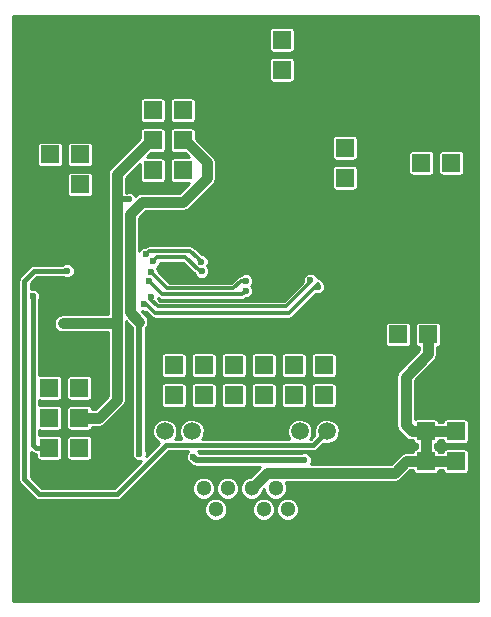
<source format=gbr>
G04 #@! TF.FileFunction,Copper,L1,Top,Signal*
%FSLAX46Y46*%
G04 Gerber Fmt 4.6, Leading zero omitted, Abs format (unit mm)*
G04 Created by KiCad (PCBNEW 4.0.1-3.201512221401+6198~38~ubuntu15.10.1-stable) date Út 19. leden 2016, 20:09:19 CET*
%MOMM*%
G01*
G04 APERTURE LIST*
%ADD10C,0.300000*%
%ADD11C,5.000000*%
%ADD12C,2.300000*%
%ADD13C,1.300000*%
%ADD14C,1.500000*%
%ADD15R,1.524000X1.524000*%
%ADD16C,6.000000*%
%ADD17C,0.600000*%
%ADD18C,0.900000*%
%ADD19C,0.500000*%
%ADD20C,0.400000*%
%ADD21C,0.254000*%
G04 APERTURE END LIST*
D10*
D11*
X13970000Y5842000D03*
X26670000Y5842000D03*
D12*
X28450000Y9272000D03*
X12190000Y9272000D03*
D13*
X17780000Y8382000D03*
X19810000Y8382000D03*
X21840000Y8382000D03*
X23870000Y8382000D03*
X16760000Y10162000D03*
X18790000Y10162000D03*
X20820000Y10162000D03*
X22850000Y10162000D03*
D14*
X27180000Y14982000D03*
X24890000Y14982000D03*
X15750000Y14982000D03*
X13460000Y14982000D03*
D15*
X35560000Y17526000D03*
X38100000Y17526000D03*
X35560000Y14986000D03*
X38100000Y14986000D03*
X35560000Y12446000D03*
X38100000Y12446000D03*
X35560000Y9906000D03*
X38100000Y9906000D03*
X14224000Y18034000D03*
X14224000Y20574000D03*
X16764000Y18034000D03*
X16764000Y20574000D03*
X19304000Y18034000D03*
X19304000Y20574000D03*
X21844000Y18034000D03*
X21844000Y20574000D03*
X24384000Y18034000D03*
X24384000Y20574000D03*
X26924000Y18034000D03*
X26924000Y20574000D03*
X35179000Y40259000D03*
X37719000Y40259000D03*
X35179000Y37719000D03*
X37719000Y37719000D03*
X35179000Y35179000D03*
X37719000Y35179000D03*
X28702000Y38989000D03*
X28702000Y36449000D03*
X14986000Y37084000D03*
X14986000Y39624000D03*
X14986000Y42164000D03*
X20828000Y45593000D03*
X20828000Y48133000D03*
X23368000Y45593000D03*
X23368000Y48133000D03*
X25908000Y45593000D03*
X25908000Y48133000D03*
X3746500Y35877500D03*
X6286500Y35877500D03*
X6286500Y38417500D03*
X3746500Y38417500D03*
X6223000Y21209000D03*
X3683000Y21209000D03*
X6223000Y13589000D03*
X3683000Y13589000D03*
X6223000Y16129000D03*
X3683000Y16129000D03*
X6223000Y18669000D03*
X3683000Y18669000D03*
X6223000Y11049000D03*
X3683000Y11049000D03*
D16*
X5080000Y45720000D03*
X35560000Y5080000D03*
X5080000Y5080000D03*
X35560000Y45720000D03*
D15*
X12446000Y37084000D03*
X12446000Y39624000D03*
X12446000Y42164000D03*
X33210500Y23177500D03*
X35750500Y23177500D03*
D17*
X13157200Y22275800D03*
X12390120Y20990560D03*
X23368000Y22034500D03*
X21844000Y22034500D03*
X16764000Y22034500D03*
X18478500Y22034500D03*
X12636500Y18478500D03*
X25273000Y12573000D03*
X15875000Y12827000D03*
X11303000Y13081000D03*
X15013002Y34417000D03*
X11303000Y24257000D03*
X10410237Y34613753D03*
X4826000Y24130000D03*
X5207000Y28575000D03*
X16540751Y29343754D03*
X11835683Y29967272D03*
X16581013Y28529385D03*
X12436723Y29366232D03*
X12265260Y28458937D03*
X20320000Y27730000D03*
X12161520Y27665680D03*
X20320000Y26880000D03*
X25797980Y27796020D03*
X12302020Y26335520D03*
X11700980Y25734480D03*
X26399020Y27194980D03*
X2286000Y26416000D03*
D18*
X33898000Y12446000D02*
X35560000Y12446000D01*
X32914001Y11462001D02*
X33898000Y12446000D01*
X22120001Y11462001D02*
X32914001Y11462001D01*
X20820000Y10162000D02*
X22120001Y11462001D01*
X35560000Y12446000D02*
X38100000Y12446000D01*
X35560000Y12446000D02*
X35560000Y14986000D01*
X35560000Y14986000D02*
X38100000Y14986000D01*
X35750500Y21515500D02*
X35750500Y23177500D01*
X33845500Y19610500D02*
X35750500Y21515500D01*
X33845500Y15494000D02*
X33845500Y19610500D01*
X34353500Y14986000D02*
X33845500Y15494000D01*
X35560000Y14986000D02*
X34353500Y14986000D01*
D10*
X12636500Y18478500D02*
X12636500Y21755100D01*
X12857201Y21975801D02*
X13157200Y22275800D01*
X12636500Y21755100D02*
X12857201Y21975801D01*
X21844000Y22034500D02*
X23368000Y22034500D01*
X18478500Y22034500D02*
X16764000Y22034500D01*
D19*
X25273000Y12573000D02*
X16129000Y12573000D01*
X16129000Y12573000D02*
X15875000Y12827000D01*
X11303000Y24257000D02*
X11303000Y13081000D01*
D18*
X11557000Y34417000D02*
X10505399Y33365399D01*
X10505399Y33365399D02*
X10505399Y25054601D01*
X10505399Y25054601D02*
X11303000Y24257000D01*
X15013002Y34417000D02*
X11557000Y34417000D01*
X17018000Y37746002D02*
X17018000Y36421998D01*
X17018000Y36421998D02*
X15013002Y34417000D01*
X14986000Y39624000D02*
X15140002Y39624000D01*
X15140002Y39624000D02*
X17018000Y37746002D01*
X9398000Y36730002D02*
X9398000Y34639640D01*
X9398000Y34639640D02*
X9398000Y24180691D01*
D19*
X10410237Y34613753D02*
X9423887Y34613753D01*
X9423887Y34613753D02*
X9398000Y34639640D01*
D18*
X9398000Y24180691D02*
X9398000Y17642000D01*
X4826000Y24130000D02*
X9347309Y24130000D01*
X9347309Y24130000D02*
X9398000Y24180691D01*
X9398000Y17642000D02*
X7885000Y16129000D01*
X7885000Y16129000D02*
X6223000Y16129000D01*
X12446000Y39624000D02*
X12291998Y39624000D01*
X12291998Y39624000D02*
X9398000Y36730002D01*
D20*
X5207000Y28575000D02*
X2413000Y28575000D01*
X2413000Y28575000D02*
X1585999Y27747999D01*
X1585999Y27747999D02*
X1585999Y10901999D01*
X1585999Y10901999D02*
X2835998Y9652000D01*
X2835998Y9652000D02*
X9398000Y9652000D01*
X9398000Y9652000D02*
X13577999Y13831999D01*
X13577999Y13831999D02*
X26029999Y13831999D01*
X26029999Y13831999D02*
X26430001Y14232001D01*
X26430001Y14232001D02*
X27180000Y14982000D01*
D10*
X11835683Y29967272D02*
X12135682Y30267271D01*
X16240752Y29643753D02*
X16540751Y29343754D01*
X12135682Y30267271D02*
X15617234Y30267271D01*
X15617234Y30267271D02*
X16240752Y29643753D01*
X12436723Y29366232D02*
X12818971Y29748480D01*
X12818971Y29748480D02*
X15209520Y29748480D01*
X15209520Y29748480D02*
X16428615Y28529385D01*
X16428615Y28529385D02*
X16581013Y28529385D01*
X20320000Y27730000D02*
X19895736Y27730000D01*
X13675360Y27086560D02*
X12302983Y28458937D01*
X19895736Y27730000D02*
X19252296Y27086560D01*
X12302983Y28458937D02*
X12265260Y28458937D01*
X19252296Y27086560D02*
X13675360Y27086560D01*
X12461519Y27365681D02*
X12161520Y27665680D01*
X20320000Y26880000D02*
X20020001Y26580001D01*
X20020001Y26580001D02*
X13247199Y26580001D01*
X13247199Y26580001D02*
X12461519Y27365681D01*
X25849021Y27847061D02*
X25797980Y27796020D01*
X12877408Y25548000D02*
X23762092Y25548000D01*
X23762092Y25548000D02*
X25797980Y27583888D01*
X25797980Y27583888D02*
X25797980Y27796020D01*
X12302020Y26335520D02*
X12302020Y26123388D01*
X12302020Y26123388D02*
X12877408Y25548000D01*
X26447981Y27484019D02*
X26399020Y27435058D01*
X26399020Y27435058D02*
X26399020Y27194980D01*
X12649592Y24998000D02*
X23989908Y24998000D01*
X11913112Y25734480D02*
X12649592Y24998000D01*
X11700980Y25734480D02*
X11913112Y25734480D01*
X23989908Y24998000D02*
X26186888Y27194980D01*
X26186888Y27194980D02*
X26399020Y27194980D01*
D20*
X2286000Y26416000D02*
X2286000Y13824000D01*
X2286000Y13824000D02*
X2521000Y13589000D01*
X2521000Y13589000D02*
X3683000Y13589000D01*
D21*
G36*
X40009000Y631000D02*
X631000Y631000D01*
X631000Y8188515D01*
X16802830Y8188515D01*
X16951256Y7829297D01*
X17225851Y7554222D01*
X17584810Y7405170D01*
X17973485Y7404830D01*
X18332703Y7553256D01*
X18607778Y7827851D01*
X18756830Y8186810D01*
X18756831Y8188515D01*
X20862830Y8188515D01*
X21011256Y7829297D01*
X21285851Y7554222D01*
X21644810Y7405170D01*
X22033485Y7404830D01*
X22392703Y7553256D01*
X22667778Y7827851D01*
X22816830Y8186810D01*
X22816831Y8188515D01*
X22892830Y8188515D01*
X23041256Y7829297D01*
X23315851Y7554222D01*
X23674810Y7405170D01*
X24063485Y7404830D01*
X24422703Y7553256D01*
X24697778Y7827851D01*
X24846830Y8186810D01*
X24847170Y8575485D01*
X24698744Y8934703D01*
X24424149Y9209778D01*
X24065190Y9358830D01*
X23676515Y9359170D01*
X23317297Y9210744D01*
X23042222Y8936149D01*
X22893170Y8577190D01*
X22892830Y8188515D01*
X22816831Y8188515D01*
X22817170Y8575485D01*
X22668744Y8934703D01*
X22394149Y9209778D01*
X22035190Y9358830D01*
X21646515Y9359170D01*
X21287297Y9210744D01*
X21012222Y8936149D01*
X20863170Y8577190D01*
X20862830Y8188515D01*
X18756831Y8188515D01*
X18757170Y8575485D01*
X18608744Y8934703D01*
X18334149Y9209778D01*
X17975190Y9358830D01*
X17586515Y9359170D01*
X17227297Y9210744D01*
X16952222Y8936149D01*
X16803170Y8577190D01*
X16802830Y8188515D01*
X631000Y8188515D01*
X631000Y27747999D01*
X1058999Y27747999D01*
X1058999Y10901999D01*
X1099114Y10700324D01*
X1213354Y10529354D01*
X2463353Y9279354D01*
X2634324Y9165115D01*
X2835998Y9125000D01*
X9398000Y9125000D01*
X9599675Y9165115D01*
X9770645Y9279355D01*
X10459805Y9968515D01*
X15782830Y9968515D01*
X15931256Y9609297D01*
X16205851Y9334222D01*
X16564810Y9185170D01*
X16953485Y9184830D01*
X17312703Y9333256D01*
X17587778Y9607851D01*
X17736830Y9966810D01*
X17736831Y9968515D01*
X17812830Y9968515D01*
X17961256Y9609297D01*
X18235851Y9334222D01*
X18594810Y9185170D01*
X18983485Y9184830D01*
X19342703Y9333256D01*
X19617778Y9607851D01*
X19766830Y9966810D01*
X19767170Y10355485D01*
X19618744Y10714703D01*
X19344149Y10989778D01*
X18985190Y11138830D01*
X18596515Y11139170D01*
X18237297Y10990744D01*
X17962222Y10716149D01*
X17813170Y10357190D01*
X17812830Y9968515D01*
X17736831Y9968515D01*
X17737170Y10355485D01*
X17588744Y10714703D01*
X17314149Y10989778D01*
X16955190Y11138830D01*
X16566515Y11139170D01*
X16207297Y10990744D01*
X15932222Y10716149D01*
X15783170Y10357190D01*
X15782830Y9968515D01*
X10459805Y9968515D01*
X13796289Y13304999D01*
X15466347Y13304999D01*
X15343765Y13182631D01*
X15248109Y12952265D01*
X15247891Y12702829D01*
X15343145Y12472297D01*
X15519369Y12295765D01*
X15640554Y12245445D01*
X15720997Y12165002D01*
X15720999Y12164999D01*
X15905434Y12041765D01*
X15908192Y12039922D01*
X16129000Y11996000D01*
X21555156Y11996000D01*
X20698263Y11139107D01*
X20626515Y11139170D01*
X20267297Y10990744D01*
X19992222Y10716149D01*
X19843170Y10357190D01*
X19842830Y9968515D01*
X19991256Y9609297D01*
X20265851Y9334222D01*
X20624810Y9185170D01*
X21013485Y9184830D01*
X21372703Y9333256D01*
X21647778Y9607851D01*
X21796830Y9966810D01*
X21796894Y10040050D01*
X21872959Y10116115D01*
X21872830Y9968515D01*
X22021256Y9609297D01*
X22295851Y9334222D01*
X22654810Y9185170D01*
X23043485Y9184830D01*
X23402703Y9333256D01*
X23677778Y9607851D01*
X23826830Y9966810D01*
X23827170Y10355485D01*
X23691017Y10685001D01*
X32914001Y10685001D01*
X33211346Y10744147D01*
X33463423Y10912579D01*
X34219844Y11669000D01*
X34467416Y11669000D01*
X34487395Y11562821D01*
X34559012Y11451526D01*
X34668286Y11376862D01*
X34798000Y11350594D01*
X36322000Y11350594D01*
X36443179Y11373395D01*
X36554474Y11445012D01*
X36629138Y11554286D01*
X36652368Y11669000D01*
X37007416Y11669000D01*
X37027395Y11562821D01*
X37099012Y11451526D01*
X37208286Y11376862D01*
X37338000Y11350594D01*
X38862000Y11350594D01*
X38983179Y11373395D01*
X39094474Y11445012D01*
X39169138Y11554286D01*
X39195406Y11684000D01*
X39195406Y13208000D01*
X39172605Y13329179D01*
X39100988Y13440474D01*
X38991714Y13515138D01*
X38862000Y13541406D01*
X37338000Y13541406D01*
X37216821Y13518605D01*
X37105526Y13446988D01*
X37030862Y13337714D01*
X37007632Y13223000D01*
X36652584Y13223000D01*
X36632605Y13329179D01*
X36560988Y13440474D01*
X36451714Y13515138D01*
X36337000Y13538368D01*
X36337000Y13893416D01*
X36443179Y13913395D01*
X36554474Y13985012D01*
X36629138Y14094286D01*
X36652368Y14209000D01*
X37007416Y14209000D01*
X37027395Y14102821D01*
X37099012Y13991526D01*
X37208286Y13916862D01*
X37338000Y13890594D01*
X38862000Y13890594D01*
X38983179Y13913395D01*
X39094474Y13985012D01*
X39169138Y14094286D01*
X39195406Y14224000D01*
X39195406Y15748000D01*
X39172605Y15869179D01*
X39100988Y15980474D01*
X38991714Y16055138D01*
X38862000Y16081406D01*
X37338000Y16081406D01*
X37216821Y16058605D01*
X37105526Y15986988D01*
X37030862Y15877714D01*
X37007632Y15763000D01*
X36652584Y15763000D01*
X36632605Y15869179D01*
X36560988Y15980474D01*
X36451714Y16055138D01*
X36322000Y16081406D01*
X34798000Y16081406D01*
X34676821Y16058605D01*
X34622500Y16023650D01*
X34622500Y19288656D01*
X36299922Y20966078D01*
X36468354Y21218155D01*
X36527500Y21515500D01*
X36527500Y22084916D01*
X36633679Y22104895D01*
X36744974Y22176512D01*
X36819638Y22285786D01*
X36845906Y22415500D01*
X36845906Y23939500D01*
X36823105Y24060679D01*
X36751488Y24171974D01*
X36642214Y24246638D01*
X36512500Y24272906D01*
X34988500Y24272906D01*
X34867321Y24250105D01*
X34756026Y24178488D01*
X34681362Y24069214D01*
X34655094Y23939500D01*
X34655094Y22415500D01*
X34677895Y22294321D01*
X34749512Y22183026D01*
X34858786Y22108362D01*
X34973500Y22085132D01*
X34973500Y21837344D01*
X33296078Y20159922D01*
X33127646Y19907845D01*
X33068500Y19610500D01*
X33068500Y15494000D01*
X33127646Y15196655D01*
X33296078Y14944578D01*
X33804078Y14436578D01*
X34056155Y14268146D01*
X34353500Y14209000D01*
X34467416Y14209000D01*
X34487395Y14102821D01*
X34559012Y13991526D01*
X34668286Y13916862D01*
X34783000Y13893632D01*
X34783000Y13538584D01*
X34676821Y13518605D01*
X34565526Y13446988D01*
X34490862Y13337714D01*
X34467632Y13223000D01*
X33898000Y13223000D01*
X33600655Y13163854D01*
X33348578Y12995422D01*
X32592157Y12239001D01*
X25813217Y12239001D01*
X25899891Y12447735D01*
X25900109Y12697171D01*
X25804855Y12927703D01*
X25628631Y13104235D01*
X25398265Y13199891D01*
X25148829Y13200109D01*
X25027556Y13150000D01*
X16419954Y13150000D01*
X16406855Y13181703D01*
X16283774Y13304999D01*
X26029999Y13304999D01*
X26231674Y13345114D01*
X26402644Y13459354D01*
X26882616Y13939326D01*
X26964832Y13905187D01*
X27393289Y13904813D01*
X27789275Y14068431D01*
X28092504Y14371132D01*
X28256813Y14766832D01*
X28257187Y15195289D01*
X28093569Y15591275D01*
X27790868Y15894504D01*
X27395168Y16058813D01*
X26966711Y16059187D01*
X26570725Y15895569D01*
X26267496Y15592868D01*
X26103187Y15197168D01*
X26102813Y14768711D01*
X26137492Y14684782D01*
X25811709Y14358999D01*
X25790350Y14358999D01*
X25802504Y14371132D01*
X25966813Y14766832D01*
X25967187Y15195289D01*
X25803569Y15591275D01*
X25500868Y15894504D01*
X25105168Y16058813D01*
X24676711Y16059187D01*
X24280725Y15895569D01*
X23977496Y15592868D01*
X23813187Y15197168D01*
X23812813Y14768711D01*
X23976431Y14372725D01*
X23990133Y14358999D01*
X16650350Y14358999D01*
X16662504Y14371132D01*
X16826813Y14766832D01*
X16827187Y15195289D01*
X16663569Y15591275D01*
X16360868Y15894504D01*
X15965168Y16058813D01*
X15536711Y16059187D01*
X15140725Y15895569D01*
X14837496Y15592868D01*
X14673187Y15197168D01*
X14672813Y14768711D01*
X14836431Y14372725D01*
X14850133Y14358999D01*
X14360350Y14358999D01*
X14372504Y14371132D01*
X14536813Y14766832D01*
X14537187Y15195289D01*
X14373569Y15591275D01*
X14070868Y15894504D01*
X13675168Y16058813D01*
X13246711Y16059187D01*
X12850725Y15895569D01*
X12547496Y15592868D01*
X12383187Y15197168D01*
X12382813Y14768711D01*
X12546431Y14372725D01*
X12849132Y14069496D01*
X13005342Y14004632D01*
X11911035Y12910325D01*
X11929891Y12955735D01*
X11930109Y13205171D01*
X11880000Y13326444D01*
X11880000Y18796000D01*
X13128594Y18796000D01*
X13128594Y17272000D01*
X13151395Y17150821D01*
X13223012Y17039526D01*
X13332286Y16964862D01*
X13462000Y16938594D01*
X14986000Y16938594D01*
X15107179Y16961395D01*
X15218474Y17033012D01*
X15293138Y17142286D01*
X15319406Y17272000D01*
X15319406Y18796000D01*
X15668594Y18796000D01*
X15668594Y17272000D01*
X15691395Y17150821D01*
X15763012Y17039526D01*
X15872286Y16964862D01*
X16002000Y16938594D01*
X17526000Y16938594D01*
X17647179Y16961395D01*
X17758474Y17033012D01*
X17833138Y17142286D01*
X17859406Y17272000D01*
X17859406Y18796000D01*
X18208594Y18796000D01*
X18208594Y17272000D01*
X18231395Y17150821D01*
X18303012Y17039526D01*
X18412286Y16964862D01*
X18542000Y16938594D01*
X20066000Y16938594D01*
X20187179Y16961395D01*
X20298474Y17033012D01*
X20373138Y17142286D01*
X20399406Y17272000D01*
X20399406Y18796000D01*
X20748594Y18796000D01*
X20748594Y17272000D01*
X20771395Y17150821D01*
X20843012Y17039526D01*
X20952286Y16964862D01*
X21082000Y16938594D01*
X22606000Y16938594D01*
X22727179Y16961395D01*
X22838474Y17033012D01*
X22913138Y17142286D01*
X22939406Y17272000D01*
X22939406Y18796000D01*
X23288594Y18796000D01*
X23288594Y17272000D01*
X23311395Y17150821D01*
X23383012Y17039526D01*
X23492286Y16964862D01*
X23622000Y16938594D01*
X25146000Y16938594D01*
X25267179Y16961395D01*
X25378474Y17033012D01*
X25453138Y17142286D01*
X25479406Y17272000D01*
X25479406Y18796000D01*
X25828594Y18796000D01*
X25828594Y17272000D01*
X25851395Y17150821D01*
X25923012Y17039526D01*
X26032286Y16964862D01*
X26162000Y16938594D01*
X27686000Y16938594D01*
X27807179Y16961395D01*
X27918474Y17033012D01*
X27993138Y17142286D01*
X28019406Y17272000D01*
X28019406Y18796000D01*
X27996605Y18917179D01*
X27924988Y19028474D01*
X27815714Y19103138D01*
X27686000Y19129406D01*
X26162000Y19129406D01*
X26040821Y19106605D01*
X25929526Y19034988D01*
X25854862Y18925714D01*
X25828594Y18796000D01*
X25479406Y18796000D01*
X25456605Y18917179D01*
X25384988Y19028474D01*
X25275714Y19103138D01*
X25146000Y19129406D01*
X23622000Y19129406D01*
X23500821Y19106605D01*
X23389526Y19034988D01*
X23314862Y18925714D01*
X23288594Y18796000D01*
X22939406Y18796000D01*
X22916605Y18917179D01*
X22844988Y19028474D01*
X22735714Y19103138D01*
X22606000Y19129406D01*
X21082000Y19129406D01*
X20960821Y19106605D01*
X20849526Y19034988D01*
X20774862Y18925714D01*
X20748594Y18796000D01*
X20399406Y18796000D01*
X20376605Y18917179D01*
X20304988Y19028474D01*
X20195714Y19103138D01*
X20066000Y19129406D01*
X18542000Y19129406D01*
X18420821Y19106605D01*
X18309526Y19034988D01*
X18234862Y18925714D01*
X18208594Y18796000D01*
X17859406Y18796000D01*
X17836605Y18917179D01*
X17764988Y19028474D01*
X17655714Y19103138D01*
X17526000Y19129406D01*
X16002000Y19129406D01*
X15880821Y19106605D01*
X15769526Y19034988D01*
X15694862Y18925714D01*
X15668594Y18796000D01*
X15319406Y18796000D01*
X15296605Y18917179D01*
X15224988Y19028474D01*
X15115714Y19103138D01*
X14986000Y19129406D01*
X13462000Y19129406D01*
X13340821Y19106605D01*
X13229526Y19034988D01*
X13154862Y18925714D01*
X13128594Y18796000D01*
X11880000Y18796000D01*
X11880000Y21336000D01*
X13128594Y21336000D01*
X13128594Y19812000D01*
X13151395Y19690821D01*
X13223012Y19579526D01*
X13332286Y19504862D01*
X13462000Y19478594D01*
X14986000Y19478594D01*
X15107179Y19501395D01*
X15218474Y19573012D01*
X15293138Y19682286D01*
X15319406Y19812000D01*
X15319406Y21336000D01*
X15668594Y21336000D01*
X15668594Y19812000D01*
X15691395Y19690821D01*
X15763012Y19579526D01*
X15872286Y19504862D01*
X16002000Y19478594D01*
X17526000Y19478594D01*
X17647179Y19501395D01*
X17758474Y19573012D01*
X17833138Y19682286D01*
X17859406Y19812000D01*
X17859406Y21336000D01*
X18208594Y21336000D01*
X18208594Y19812000D01*
X18231395Y19690821D01*
X18303012Y19579526D01*
X18412286Y19504862D01*
X18542000Y19478594D01*
X20066000Y19478594D01*
X20187179Y19501395D01*
X20298474Y19573012D01*
X20373138Y19682286D01*
X20399406Y19812000D01*
X20399406Y21336000D01*
X20748594Y21336000D01*
X20748594Y19812000D01*
X20771395Y19690821D01*
X20843012Y19579526D01*
X20952286Y19504862D01*
X21082000Y19478594D01*
X22606000Y19478594D01*
X22727179Y19501395D01*
X22838474Y19573012D01*
X22913138Y19682286D01*
X22939406Y19812000D01*
X22939406Y21336000D01*
X23288594Y21336000D01*
X23288594Y19812000D01*
X23311395Y19690821D01*
X23383012Y19579526D01*
X23492286Y19504862D01*
X23622000Y19478594D01*
X25146000Y19478594D01*
X25267179Y19501395D01*
X25378474Y19573012D01*
X25453138Y19682286D01*
X25479406Y19812000D01*
X25479406Y21336000D01*
X25828594Y21336000D01*
X25828594Y19812000D01*
X25851395Y19690821D01*
X25923012Y19579526D01*
X26032286Y19504862D01*
X26162000Y19478594D01*
X27686000Y19478594D01*
X27807179Y19501395D01*
X27918474Y19573012D01*
X27993138Y19682286D01*
X28019406Y19812000D01*
X28019406Y21336000D01*
X27996605Y21457179D01*
X27924988Y21568474D01*
X27815714Y21643138D01*
X27686000Y21669406D01*
X26162000Y21669406D01*
X26040821Y21646605D01*
X25929526Y21574988D01*
X25854862Y21465714D01*
X25828594Y21336000D01*
X25479406Y21336000D01*
X25456605Y21457179D01*
X25384988Y21568474D01*
X25275714Y21643138D01*
X25146000Y21669406D01*
X23622000Y21669406D01*
X23500821Y21646605D01*
X23389526Y21574988D01*
X23314862Y21465714D01*
X23288594Y21336000D01*
X22939406Y21336000D01*
X22916605Y21457179D01*
X22844988Y21568474D01*
X22735714Y21643138D01*
X22606000Y21669406D01*
X21082000Y21669406D01*
X20960821Y21646605D01*
X20849526Y21574988D01*
X20774862Y21465714D01*
X20748594Y21336000D01*
X20399406Y21336000D01*
X20376605Y21457179D01*
X20304988Y21568474D01*
X20195714Y21643138D01*
X20066000Y21669406D01*
X18542000Y21669406D01*
X18420821Y21646605D01*
X18309526Y21574988D01*
X18234862Y21465714D01*
X18208594Y21336000D01*
X17859406Y21336000D01*
X17836605Y21457179D01*
X17764988Y21568474D01*
X17655714Y21643138D01*
X17526000Y21669406D01*
X16002000Y21669406D01*
X15880821Y21646605D01*
X15769526Y21574988D01*
X15694862Y21465714D01*
X15668594Y21336000D01*
X15319406Y21336000D01*
X15296605Y21457179D01*
X15224988Y21568474D01*
X15115714Y21643138D01*
X14986000Y21669406D01*
X13462000Y21669406D01*
X13340821Y21646605D01*
X13229526Y21574988D01*
X13154862Y21465714D01*
X13128594Y21336000D01*
X11880000Y21336000D01*
X11880000Y23748852D01*
X12007386Y23939500D01*
X32115094Y23939500D01*
X32115094Y22415500D01*
X32137895Y22294321D01*
X32209512Y22183026D01*
X32318786Y22108362D01*
X32448500Y22082094D01*
X33972500Y22082094D01*
X34093679Y22104895D01*
X34204974Y22176512D01*
X34279638Y22285786D01*
X34305906Y22415500D01*
X34305906Y23939500D01*
X34283105Y24060679D01*
X34211488Y24171974D01*
X34102214Y24246638D01*
X33972500Y24272906D01*
X32448500Y24272906D01*
X32327321Y24250105D01*
X32216026Y24178488D01*
X32141362Y24069214D01*
X32115094Y23939500D01*
X12007386Y23939500D01*
X12020854Y23959655D01*
X12080000Y24257000D01*
X12020854Y24554345D01*
X11852422Y24806422D01*
X11533886Y25124958D01*
X11575715Y25107589D01*
X11825151Y25107371D01*
X11853802Y25119210D01*
X12312302Y24660710D01*
X12467052Y24557309D01*
X12649592Y24521000D01*
X23989908Y24521000D01*
X24172448Y24557309D01*
X24327198Y24660710D01*
X26246072Y26579584D01*
X26273755Y26568089D01*
X26523191Y26567871D01*
X26753723Y26663125D01*
X26930255Y26839349D01*
X27025911Y27069715D01*
X27026129Y27319151D01*
X26930875Y27549683D01*
X26907203Y27573396D01*
X26888672Y27666559D01*
X26785271Y27821309D01*
X26630521Y27924710D01*
X26447981Y27961019D01*
X26411239Y27953711D01*
X26329835Y28150723D01*
X26153611Y28327255D01*
X25923245Y28422911D01*
X25673809Y28423129D01*
X25443277Y28327875D01*
X25266745Y28151651D01*
X25171089Y27921285D01*
X25170871Y27671849D01*
X25182710Y27643198D01*
X23564512Y26025000D01*
X13074988Y26025000D01*
X12917416Y26182572D01*
X12928911Y26210255D01*
X12928928Y26230003D01*
X13064658Y26139310D01*
X13247199Y26103001D01*
X20020001Y26103001D01*
X20202541Y26139310D01*
X20357291Y26242711D01*
X20367538Y26252958D01*
X20444171Y26252891D01*
X20674703Y26348145D01*
X20851235Y26524369D01*
X20946891Y26754735D01*
X20947109Y27004171D01*
X20851855Y27234703D01*
X20781713Y27304968D01*
X20851235Y27374369D01*
X20946891Y27604735D01*
X20947109Y27854171D01*
X20851855Y28084703D01*
X20675631Y28261235D01*
X20445265Y28356891D01*
X20195829Y28357109D01*
X19965297Y28261855D01*
X19910346Y28207000D01*
X19895736Y28207000D01*
X19713196Y28170691D01*
X19558446Y28067290D01*
X19054716Y27563560D01*
X13872940Y27563560D01*
X12892335Y28544165D01*
X12892369Y28583108D01*
X12797115Y28813640D01*
X12780798Y28829986D01*
X12791426Y28834377D01*
X12967958Y29010601D01*
X13063614Y29240967D01*
X13063641Y29271480D01*
X15011940Y29271480D01*
X16007206Y28276214D01*
X16049158Y28174682D01*
X16225382Y27998150D01*
X16455748Y27902494D01*
X16705184Y27902276D01*
X16935716Y27997530D01*
X17112248Y28173754D01*
X17207904Y28404120D01*
X17208122Y28653556D01*
X17112868Y28884088D01*
X17040445Y28956637D01*
X17071986Y28988123D01*
X17167642Y29218489D01*
X17167860Y29467925D01*
X17072606Y29698457D01*
X16896382Y29874989D01*
X16666016Y29970645D01*
X16588372Y29970713D01*
X15954524Y30604561D01*
X15799774Y30707962D01*
X15617234Y30744271D01*
X12135682Y30744271D01*
X11953142Y30707962D01*
X11798392Y30604561D01*
X11788145Y30594314D01*
X11711512Y30594381D01*
X11480980Y30499127D01*
X11304448Y30322903D01*
X11282399Y30269803D01*
X11282399Y33043555D01*
X11878844Y33640000D01*
X15013002Y33640000D01*
X15310347Y33699146D01*
X15562424Y33867578D01*
X17567422Y35872576D01*
X17735854Y36124653D01*
X17795000Y36421998D01*
X17795000Y37211000D01*
X27606594Y37211000D01*
X27606594Y35687000D01*
X27629395Y35565821D01*
X27701012Y35454526D01*
X27810286Y35379862D01*
X27940000Y35353594D01*
X29464000Y35353594D01*
X29585179Y35376395D01*
X29696474Y35448012D01*
X29771138Y35557286D01*
X29797406Y35687000D01*
X29797406Y37211000D01*
X29774605Y37332179D01*
X29702988Y37443474D01*
X29593714Y37518138D01*
X29464000Y37544406D01*
X27940000Y37544406D01*
X27818821Y37521605D01*
X27707526Y37449988D01*
X27632862Y37340714D01*
X27606594Y37211000D01*
X17795000Y37211000D01*
X17795000Y37746002D01*
X17735854Y38043347D01*
X17567422Y38295424D01*
X16111846Y39751000D01*
X27606594Y39751000D01*
X27606594Y38227000D01*
X27629395Y38105821D01*
X27701012Y37994526D01*
X27810286Y37919862D01*
X27940000Y37893594D01*
X29464000Y37893594D01*
X29585179Y37916395D01*
X29696474Y37988012D01*
X29771138Y38097286D01*
X29797406Y38227000D01*
X29797406Y38481000D01*
X34083594Y38481000D01*
X34083594Y36957000D01*
X34106395Y36835821D01*
X34178012Y36724526D01*
X34287286Y36649862D01*
X34417000Y36623594D01*
X35941000Y36623594D01*
X36062179Y36646395D01*
X36173474Y36718012D01*
X36248138Y36827286D01*
X36274406Y36957000D01*
X36274406Y38481000D01*
X36623594Y38481000D01*
X36623594Y36957000D01*
X36646395Y36835821D01*
X36718012Y36724526D01*
X36827286Y36649862D01*
X36957000Y36623594D01*
X38481000Y36623594D01*
X38602179Y36646395D01*
X38713474Y36718012D01*
X38788138Y36827286D01*
X38814406Y36957000D01*
X38814406Y38481000D01*
X38791605Y38602179D01*
X38719988Y38713474D01*
X38610714Y38788138D01*
X38481000Y38814406D01*
X36957000Y38814406D01*
X36835821Y38791605D01*
X36724526Y38719988D01*
X36649862Y38610714D01*
X36623594Y38481000D01*
X36274406Y38481000D01*
X36251605Y38602179D01*
X36179988Y38713474D01*
X36070714Y38788138D01*
X35941000Y38814406D01*
X34417000Y38814406D01*
X34295821Y38791605D01*
X34184526Y38719988D01*
X34109862Y38610714D01*
X34083594Y38481000D01*
X29797406Y38481000D01*
X29797406Y39751000D01*
X29774605Y39872179D01*
X29702988Y39983474D01*
X29593714Y40058138D01*
X29464000Y40084406D01*
X27940000Y40084406D01*
X27818821Y40061605D01*
X27707526Y39989988D01*
X27632862Y39880714D01*
X27606594Y39751000D01*
X16111846Y39751000D01*
X16081406Y39781440D01*
X16081406Y40386000D01*
X16058605Y40507179D01*
X15986988Y40618474D01*
X15877714Y40693138D01*
X15748000Y40719406D01*
X14224000Y40719406D01*
X14102821Y40696605D01*
X13991526Y40624988D01*
X13916862Y40515714D01*
X13890594Y40386000D01*
X13890594Y38862000D01*
X13913395Y38740821D01*
X13985012Y38629526D01*
X14094286Y38554862D01*
X14224000Y38528594D01*
X15136564Y38528594D01*
X15485752Y38179406D01*
X14224000Y38179406D01*
X14102821Y38156605D01*
X13991526Y38084988D01*
X13916862Y37975714D01*
X13890594Y37846000D01*
X13890594Y36322000D01*
X13913395Y36200821D01*
X13985012Y36089526D01*
X14094286Y36014862D01*
X14224000Y35988594D01*
X15485752Y35988594D01*
X14691158Y35194000D01*
X11557000Y35194000D01*
X11259655Y35134854D01*
X11007578Y34966422D01*
X10961834Y34920678D01*
X10942092Y34968456D01*
X10765868Y35144988D01*
X10535502Y35240644D01*
X10286066Y35240862D01*
X10175000Y35194970D01*
X10175000Y36408158D01*
X11350594Y37583752D01*
X11350594Y36322000D01*
X11373395Y36200821D01*
X11445012Y36089526D01*
X11554286Y36014862D01*
X11684000Y35988594D01*
X13208000Y35988594D01*
X13329179Y36011395D01*
X13440474Y36083012D01*
X13515138Y36192286D01*
X13541406Y36322000D01*
X13541406Y37846000D01*
X13518605Y37967179D01*
X13446988Y38078474D01*
X13337714Y38153138D01*
X13208000Y38179406D01*
X11946248Y38179406D01*
X12295436Y38528594D01*
X13208000Y38528594D01*
X13329179Y38551395D01*
X13440474Y38623012D01*
X13515138Y38732286D01*
X13541406Y38862000D01*
X13541406Y40386000D01*
X13518605Y40507179D01*
X13446988Y40618474D01*
X13337714Y40693138D01*
X13208000Y40719406D01*
X11684000Y40719406D01*
X11562821Y40696605D01*
X11451526Y40624988D01*
X11376862Y40515714D01*
X11350594Y40386000D01*
X11350594Y39781440D01*
X8848578Y37279424D01*
X8680146Y37027347D01*
X8621000Y36730002D01*
X8621000Y24907000D01*
X4826000Y24907000D01*
X4528655Y24847854D01*
X4276578Y24679422D01*
X4108146Y24427345D01*
X4049000Y24130000D01*
X4108146Y23832655D01*
X4276578Y23580578D01*
X4528655Y23412146D01*
X4826000Y23353000D01*
X8621000Y23353000D01*
X8621000Y17963844D01*
X7563156Y16906000D01*
X7315584Y16906000D01*
X7295605Y17012179D01*
X7223988Y17123474D01*
X7114714Y17198138D01*
X6985000Y17224406D01*
X5461000Y17224406D01*
X5339821Y17201605D01*
X5228526Y17129988D01*
X5153862Y17020714D01*
X5127594Y16891000D01*
X5127594Y15367000D01*
X5150395Y15245821D01*
X5222012Y15134526D01*
X5331286Y15059862D01*
X5461000Y15033594D01*
X6985000Y15033594D01*
X7106179Y15056395D01*
X7217474Y15128012D01*
X7292138Y15237286D01*
X7315368Y15352000D01*
X7885000Y15352000D01*
X8182345Y15411146D01*
X8434422Y15579578D01*
X9947422Y17092578D01*
X10115854Y17344655D01*
X10175000Y17642000D01*
X10175000Y24286156D01*
X10726000Y23735156D01*
X10726000Y13326416D01*
X10676109Y13206265D01*
X10675891Y12956829D01*
X10771145Y12726297D01*
X10947369Y12549765D01*
X11177735Y12454109D01*
X11427171Y12453891D01*
X11473915Y12473205D01*
X9179710Y10179000D01*
X3054289Y10179000D01*
X2112999Y11120289D01*
X2112999Y13251711D01*
X2148355Y13216355D01*
X2319325Y13102115D01*
X2352785Y13095460D01*
X2521000Y13062000D01*
X2587594Y13062000D01*
X2587594Y12827000D01*
X2610395Y12705821D01*
X2682012Y12594526D01*
X2791286Y12519862D01*
X2921000Y12493594D01*
X4445000Y12493594D01*
X4566179Y12516395D01*
X4677474Y12588012D01*
X4752138Y12697286D01*
X4778406Y12827000D01*
X4778406Y14351000D01*
X5127594Y14351000D01*
X5127594Y12827000D01*
X5150395Y12705821D01*
X5222012Y12594526D01*
X5331286Y12519862D01*
X5461000Y12493594D01*
X6985000Y12493594D01*
X7106179Y12516395D01*
X7217474Y12588012D01*
X7292138Y12697286D01*
X7318406Y12827000D01*
X7318406Y14351000D01*
X7295605Y14472179D01*
X7223988Y14583474D01*
X7114714Y14658138D01*
X6985000Y14684406D01*
X5461000Y14684406D01*
X5339821Y14661605D01*
X5228526Y14589988D01*
X5153862Y14480714D01*
X5127594Y14351000D01*
X4778406Y14351000D01*
X4755605Y14472179D01*
X4683988Y14583474D01*
X4574714Y14658138D01*
X4445000Y14684406D01*
X2921000Y14684406D01*
X2813000Y14664085D01*
X2813000Y15055465D01*
X2921000Y15033594D01*
X4445000Y15033594D01*
X4566179Y15056395D01*
X4677474Y15128012D01*
X4752138Y15237286D01*
X4778406Y15367000D01*
X4778406Y16891000D01*
X4755605Y17012179D01*
X4683988Y17123474D01*
X4574714Y17198138D01*
X4445000Y17224406D01*
X2921000Y17224406D01*
X2813000Y17204085D01*
X2813000Y17595465D01*
X2921000Y17573594D01*
X4445000Y17573594D01*
X4566179Y17596395D01*
X4677474Y17668012D01*
X4752138Y17777286D01*
X4778406Y17907000D01*
X4778406Y19431000D01*
X5127594Y19431000D01*
X5127594Y17907000D01*
X5150395Y17785821D01*
X5222012Y17674526D01*
X5331286Y17599862D01*
X5461000Y17573594D01*
X6985000Y17573594D01*
X7106179Y17596395D01*
X7217474Y17668012D01*
X7292138Y17777286D01*
X7318406Y17907000D01*
X7318406Y19431000D01*
X7295605Y19552179D01*
X7223988Y19663474D01*
X7114714Y19738138D01*
X6985000Y19764406D01*
X5461000Y19764406D01*
X5339821Y19741605D01*
X5228526Y19669988D01*
X5153862Y19560714D01*
X5127594Y19431000D01*
X4778406Y19431000D01*
X4755605Y19552179D01*
X4683988Y19663474D01*
X4574714Y19738138D01*
X4445000Y19764406D01*
X2921000Y19764406D01*
X2813000Y19744085D01*
X2813000Y26056141D01*
X2817235Y26060369D01*
X2912891Y26290735D01*
X2913109Y26540171D01*
X2817855Y26770703D01*
X2641631Y26947235D01*
X2411265Y27042891D01*
X2161829Y27043109D01*
X2112999Y27022933D01*
X2112999Y27529709D01*
X2631290Y28048000D01*
X4847141Y28048000D01*
X4851369Y28043765D01*
X5081735Y27948109D01*
X5331171Y27947891D01*
X5561703Y28043145D01*
X5738235Y28219369D01*
X5833891Y28449735D01*
X5834109Y28699171D01*
X5738855Y28929703D01*
X5562631Y29106235D01*
X5332265Y29201891D01*
X5082829Y29202109D01*
X4852297Y29106855D01*
X4847434Y29102000D01*
X2413000Y29102000D01*
X2211325Y29061885D01*
X2040355Y28947645D01*
X1213354Y28120644D01*
X1099114Y27949674D01*
X1089686Y27902276D01*
X1058999Y27747999D01*
X631000Y27747999D01*
X631000Y36639500D01*
X5191094Y36639500D01*
X5191094Y35115500D01*
X5213895Y34994321D01*
X5285512Y34883026D01*
X5394786Y34808362D01*
X5524500Y34782094D01*
X7048500Y34782094D01*
X7169679Y34804895D01*
X7280974Y34876512D01*
X7355638Y34985786D01*
X7381906Y35115500D01*
X7381906Y36639500D01*
X7359105Y36760679D01*
X7287488Y36871974D01*
X7178214Y36946638D01*
X7048500Y36972906D01*
X5524500Y36972906D01*
X5403321Y36950105D01*
X5292026Y36878488D01*
X5217362Y36769214D01*
X5191094Y36639500D01*
X631000Y36639500D01*
X631000Y39179500D01*
X2651094Y39179500D01*
X2651094Y37655500D01*
X2673895Y37534321D01*
X2745512Y37423026D01*
X2854786Y37348362D01*
X2984500Y37322094D01*
X4508500Y37322094D01*
X4629679Y37344895D01*
X4740974Y37416512D01*
X4815638Y37525786D01*
X4841906Y37655500D01*
X4841906Y39179500D01*
X5191094Y39179500D01*
X5191094Y37655500D01*
X5213895Y37534321D01*
X5285512Y37423026D01*
X5394786Y37348362D01*
X5524500Y37322094D01*
X7048500Y37322094D01*
X7169679Y37344895D01*
X7280974Y37416512D01*
X7355638Y37525786D01*
X7381906Y37655500D01*
X7381906Y39179500D01*
X7359105Y39300679D01*
X7287488Y39411974D01*
X7178214Y39486638D01*
X7048500Y39512906D01*
X5524500Y39512906D01*
X5403321Y39490105D01*
X5292026Y39418488D01*
X5217362Y39309214D01*
X5191094Y39179500D01*
X4841906Y39179500D01*
X4819105Y39300679D01*
X4747488Y39411974D01*
X4638214Y39486638D01*
X4508500Y39512906D01*
X2984500Y39512906D01*
X2863321Y39490105D01*
X2752026Y39418488D01*
X2677362Y39309214D01*
X2651094Y39179500D01*
X631000Y39179500D01*
X631000Y42926000D01*
X11350594Y42926000D01*
X11350594Y41402000D01*
X11373395Y41280821D01*
X11445012Y41169526D01*
X11554286Y41094862D01*
X11684000Y41068594D01*
X13208000Y41068594D01*
X13329179Y41091395D01*
X13440474Y41163012D01*
X13515138Y41272286D01*
X13541406Y41402000D01*
X13541406Y42926000D01*
X13890594Y42926000D01*
X13890594Y41402000D01*
X13913395Y41280821D01*
X13985012Y41169526D01*
X14094286Y41094862D01*
X14224000Y41068594D01*
X15748000Y41068594D01*
X15869179Y41091395D01*
X15980474Y41163012D01*
X16055138Y41272286D01*
X16081406Y41402000D01*
X16081406Y42926000D01*
X16058605Y43047179D01*
X15986988Y43158474D01*
X15877714Y43233138D01*
X15748000Y43259406D01*
X14224000Y43259406D01*
X14102821Y43236605D01*
X13991526Y43164988D01*
X13916862Y43055714D01*
X13890594Y42926000D01*
X13541406Y42926000D01*
X13518605Y43047179D01*
X13446988Y43158474D01*
X13337714Y43233138D01*
X13208000Y43259406D01*
X11684000Y43259406D01*
X11562821Y43236605D01*
X11451526Y43164988D01*
X11376862Y43055714D01*
X11350594Y42926000D01*
X631000Y42926000D01*
X631000Y46355000D01*
X22272594Y46355000D01*
X22272594Y44831000D01*
X22295395Y44709821D01*
X22367012Y44598526D01*
X22476286Y44523862D01*
X22606000Y44497594D01*
X24130000Y44497594D01*
X24251179Y44520395D01*
X24362474Y44592012D01*
X24437138Y44701286D01*
X24463406Y44831000D01*
X24463406Y46355000D01*
X24440605Y46476179D01*
X24368988Y46587474D01*
X24259714Y46662138D01*
X24130000Y46688406D01*
X22606000Y46688406D01*
X22484821Y46665605D01*
X22373526Y46593988D01*
X22298862Y46484714D01*
X22272594Y46355000D01*
X631000Y46355000D01*
X631000Y48895000D01*
X22272594Y48895000D01*
X22272594Y47371000D01*
X22295395Y47249821D01*
X22367012Y47138526D01*
X22476286Y47063862D01*
X22606000Y47037594D01*
X24130000Y47037594D01*
X24251179Y47060395D01*
X24362474Y47132012D01*
X24437138Y47241286D01*
X24463406Y47371000D01*
X24463406Y48895000D01*
X24440605Y49016179D01*
X24368988Y49127474D01*
X24259714Y49202138D01*
X24130000Y49228406D01*
X22606000Y49228406D01*
X22484821Y49205605D01*
X22373526Y49133988D01*
X22298862Y49024714D01*
X22272594Y48895000D01*
X631000Y48895000D01*
X631000Y50169000D01*
X40009000Y50169000D01*
X40009000Y631000D01*
X40009000Y631000D01*
G37*
X40009000Y631000D02*
X631000Y631000D01*
X631000Y8188515D01*
X16802830Y8188515D01*
X16951256Y7829297D01*
X17225851Y7554222D01*
X17584810Y7405170D01*
X17973485Y7404830D01*
X18332703Y7553256D01*
X18607778Y7827851D01*
X18756830Y8186810D01*
X18756831Y8188515D01*
X20862830Y8188515D01*
X21011256Y7829297D01*
X21285851Y7554222D01*
X21644810Y7405170D01*
X22033485Y7404830D01*
X22392703Y7553256D01*
X22667778Y7827851D01*
X22816830Y8186810D01*
X22816831Y8188515D01*
X22892830Y8188515D01*
X23041256Y7829297D01*
X23315851Y7554222D01*
X23674810Y7405170D01*
X24063485Y7404830D01*
X24422703Y7553256D01*
X24697778Y7827851D01*
X24846830Y8186810D01*
X24847170Y8575485D01*
X24698744Y8934703D01*
X24424149Y9209778D01*
X24065190Y9358830D01*
X23676515Y9359170D01*
X23317297Y9210744D01*
X23042222Y8936149D01*
X22893170Y8577190D01*
X22892830Y8188515D01*
X22816831Y8188515D01*
X22817170Y8575485D01*
X22668744Y8934703D01*
X22394149Y9209778D01*
X22035190Y9358830D01*
X21646515Y9359170D01*
X21287297Y9210744D01*
X21012222Y8936149D01*
X20863170Y8577190D01*
X20862830Y8188515D01*
X18756831Y8188515D01*
X18757170Y8575485D01*
X18608744Y8934703D01*
X18334149Y9209778D01*
X17975190Y9358830D01*
X17586515Y9359170D01*
X17227297Y9210744D01*
X16952222Y8936149D01*
X16803170Y8577190D01*
X16802830Y8188515D01*
X631000Y8188515D01*
X631000Y27747999D01*
X1058999Y27747999D01*
X1058999Y10901999D01*
X1099114Y10700324D01*
X1213354Y10529354D01*
X2463353Y9279354D01*
X2634324Y9165115D01*
X2835998Y9125000D01*
X9398000Y9125000D01*
X9599675Y9165115D01*
X9770645Y9279355D01*
X10459805Y9968515D01*
X15782830Y9968515D01*
X15931256Y9609297D01*
X16205851Y9334222D01*
X16564810Y9185170D01*
X16953485Y9184830D01*
X17312703Y9333256D01*
X17587778Y9607851D01*
X17736830Y9966810D01*
X17736831Y9968515D01*
X17812830Y9968515D01*
X17961256Y9609297D01*
X18235851Y9334222D01*
X18594810Y9185170D01*
X18983485Y9184830D01*
X19342703Y9333256D01*
X19617778Y9607851D01*
X19766830Y9966810D01*
X19767170Y10355485D01*
X19618744Y10714703D01*
X19344149Y10989778D01*
X18985190Y11138830D01*
X18596515Y11139170D01*
X18237297Y10990744D01*
X17962222Y10716149D01*
X17813170Y10357190D01*
X17812830Y9968515D01*
X17736831Y9968515D01*
X17737170Y10355485D01*
X17588744Y10714703D01*
X17314149Y10989778D01*
X16955190Y11138830D01*
X16566515Y11139170D01*
X16207297Y10990744D01*
X15932222Y10716149D01*
X15783170Y10357190D01*
X15782830Y9968515D01*
X10459805Y9968515D01*
X13796289Y13304999D01*
X15466347Y13304999D01*
X15343765Y13182631D01*
X15248109Y12952265D01*
X15247891Y12702829D01*
X15343145Y12472297D01*
X15519369Y12295765D01*
X15640554Y12245445D01*
X15720997Y12165002D01*
X15720999Y12164999D01*
X15905434Y12041765D01*
X15908192Y12039922D01*
X16129000Y11996000D01*
X21555156Y11996000D01*
X20698263Y11139107D01*
X20626515Y11139170D01*
X20267297Y10990744D01*
X19992222Y10716149D01*
X19843170Y10357190D01*
X19842830Y9968515D01*
X19991256Y9609297D01*
X20265851Y9334222D01*
X20624810Y9185170D01*
X21013485Y9184830D01*
X21372703Y9333256D01*
X21647778Y9607851D01*
X21796830Y9966810D01*
X21796894Y10040050D01*
X21872959Y10116115D01*
X21872830Y9968515D01*
X22021256Y9609297D01*
X22295851Y9334222D01*
X22654810Y9185170D01*
X23043485Y9184830D01*
X23402703Y9333256D01*
X23677778Y9607851D01*
X23826830Y9966810D01*
X23827170Y10355485D01*
X23691017Y10685001D01*
X32914001Y10685001D01*
X33211346Y10744147D01*
X33463423Y10912579D01*
X34219844Y11669000D01*
X34467416Y11669000D01*
X34487395Y11562821D01*
X34559012Y11451526D01*
X34668286Y11376862D01*
X34798000Y11350594D01*
X36322000Y11350594D01*
X36443179Y11373395D01*
X36554474Y11445012D01*
X36629138Y11554286D01*
X36652368Y11669000D01*
X37007416Y11669000D01*
X37027395Y11562821D01*
X37099012Y11451526D01*
X37208286Y11376862D01*
X37338000Y11350594D01*
X38862000Y11350594D01*
X38983179Y11373395D01*
X39094474Y11445012D01*
X39169138Y11554286D01*
X39195406Y11684000D01*
X39195406Y13208000D01*
X39172605Y13329179D01*
X39100988Y13440474D01*
X38991714Y13515138D01*
X38862000Y13541406D01*
X37338000Y13541406D01*
X37216821Y13518605D01*
X37105526Y13446988D01*
X37030862Y13337714D01*
X37007632Y13223000D01*
X36652584Y13223000D01*
X36632605Y13329179D01*
X36560988Y13440474D01*
X36451714Y13515138D01*
X36337000Y13538368D01*
X36337000Y13893416D01*
X36443179Y13913395D01*
X36554474Y13985012D01*
X36629138Y14094286D01*
X36652368Y14209000D01*
X37007416Y14209000D01*
X37027395Y14102821D01*
X37099012Y13991526D01*
X37208286Y13916862D01*
X37338000Y13890594D01*
X38862000Y13890594D01*
X38983179Y13913395D01*
X39094474Y13985012D01*
X39169138Y14094286D01*
X39195406Y14224000D01*
X39195406Y15748000D01*
X39172605Y15869179D01*
X39100988Y15980474D01*
X38991714Y16055138D01*
X38862000Y16081406D01*
X37338000Y16081406D01*
X37216821Y16058605D01*
X37105526Y15986988D01*
X37030862Y15877714D01*
X37007632Y15763000D01*
X36652584Y15763000D01*
X36632605Y15869179D01*
X36560988Y15980474D01*
X36451714Y16055138D01*
X36322000Y16081406D01*
X34798000Y16081406D01*
X34676821Y16058605D01*
X34622500Y16023650D01*
X34622500Y19288656D01*
X36299922Y20966078D01*
X36468354Y21218155D01*
X36527500Y21515500D01*
X36527500Y22084916D01*
X36633679Y22104895D01*
X36744974Y22176512D01*
X36819638Y22285786D01*
X36845906Y22415500D01*
X36845906Y23939500D01*
X36823105Y24060679D01*
X36751488Y24171974D01*
X36642214Y24246638D01*
X36512500Y24272906D01*
X34988500Y24272906D01*
X34867321Y24250105D01*
X34756026Y24178488D01*
X34681362Y24069214D01*
X34655094Y23939500D01*
X34655094Y22415500D01*
X34677895Y22294321D01*
X34749512Y22183026D01*
X34858786Y22108362D01*
X34973500Y22085132D01*
X34973500Y21837344D01*
X33296078Y20159922D01*
X33127646Y19907845D01*
X33068500Y19610500D01*
X33068500Y15494000D01*
X33127646Y15196655D01*
X33296078Y14944578D01*
X33804078Y14436578D01*
X34056155Y14268146D01*
X34353500Y14209000D01*
X34467416Y14209000D01*
X34487395Y14102821D01*
X34559012Y13991526D01*
X34668286Y13916862D01*
X34783000Y13893632D01*
X34783000Y13538584D01*
X34676821Y13518605D01*
X34565526Y13446988D01*
X34490862Y13337714D01*
X34467632Y13223000D01*
X33898000Y13223000D01*
X33600655Y13163854D01*
X33348578Y12995422D01*
X32592157Y12239001D01*
X25813217Y12239001D01*
X25899891Y12447735D01*
X25900109Y12697171D01*
X25804855Y12927703D01*
X25628631Y13104235D01*
X25398265Y13199891D01*
X25148829Y13200109D01*
X25027556Y13150000D01*
X16419954Y13150000D01*
X16406855Y13181703D01*
X16283774Y13304999D01*
X26029999Y13304999D01*
X26231674Y13345114D01*
X26402644Y13459354D01*
X26882616Y13939326D01*
X26964832Y13905187D01*
X27393289Y13904813D01*
X27789275Y14068431D01*
X28092504Y14371132D01*
X28256813Y14766832D01*
X28257187Y15195289D01*
X28093569Y15591275D01*
X27790868Y15894504D01*
X27395168Y16058813D01*
X26966711Y16059187D01*
X26570725Y15895569D01*
X26267496Y15592868D01*
X26103187Y15197168D01*
X26102813Y14768711D01*
X26137492Y14684782D01*
X25811709Y14358999D01*
X25790350Y14358999D01*
X25802504Y14371132D01*
X25966813Y14766832D01*
X25967187Y15195289D01*
X25803569Y15591275D01*
X25500868Y15894504D01*
X25105168Y16058813D01*
X24676711Y16059187D01*
X24280725Y15895569D01*
X23977496Y15592868D01*
X23813187Y15197168D01*
X23812813Y14768711D01*
X23976431Y14372725D01*
X23990133Y14358999D01*
X16650350Y14358999D01*
X16662504Y14371132D01*
X16826813Y14766832D01*
X16827187Y15195289D01*
X16663569Y15591275D01*
X16360868Y15894504D01*
X15965168Y16058813D01*
X15536711Y16059187D01*
X15140725Y15895569D01*
X14837496Y15592868D01*
X14673187Y15197168D01*
X14672813Y14768711D01*
X14836431Y14372725D01*
X14850133Y14358999D01*
X14360350Y14358999D01*
X14372504Y14371132D01*
X14536813Y14766832D01*
X14537187Y15195289D01*
X14373569Y15591275D01*
X14070868Y15894504D01*
X13675168Y16058813D01*
X13246711Y16059187D01*
X12850725Y15895569D01*
X12547496Y15592868D01*
X12383187Y15197168D01*
X12382813Y14768711D01*
X12546431Y14372725D01*
X12849132Y14069496D01*
X13005342Y14004632D01*
X11911035Y12910325D01*
X11929891Y12955735D01*
X11930109Y13205171D01*
X11880000Y13326444D01*
X11880000Y18796000D01*
X13128594Y18796000D01*
X13128594Y17272000D01*
X13151395Y17150821D01*
X13223012Y17039526D01*
X13332286Y16964862D01*
X13462000Y16938594D01*
X14986000Y16938594D01*
X15107179Y16961395D01*
X15218474Y17033012D01*
X15293138Y17142286D01*
X15319406Y17272000D01*
X15319406Y18796000D01*
X15668594Y18796000D01*
X15668594Y17272000D01*
X15691395Y17150821D01*
X15763012Y17039526D01*
X15872286Y16964862D01*
X16002000Y16938594D01*
X17526000Y16938594D01*
X17647179Y16961395D01*
X17758474Y17033012D01*
X17833138Y17142286D01*
X17859406Y17272000D01*
X17859406Y18796000D01*
X18208594Y18796000D01*
X18208594Y17272000D01*
X18231395Y17150821D01*
X18303012Y17039526D01*
X18412286Y16964862D01*
X18542000Y16938594D01*
X20066000Y16938594D01*
X20187179Y16961395D01*
X20298474Y17033012D01*
X20373138Y17142286D01*
X20399406Y17272000D01*
X20399406Y18796000D01*
X20748594Y18796000D01*
X20748594Y17272000D01*
X20771395Y17150821D01*
X20843012Y17039526D01*
X20952286Y16964862D01*
X21082000Y16938594D01*
X22606000Y16938594D01*
X22727179Y16961395D01*
X22838474Y17033012D01*
X22913138Y17142286D01*
X22939406Y17272000D01*
X22939406Y18796000D01*
X23288594Y18796000D01*
X23288594Y17272000D01*
X23311395Y17150821D01*
X23383012Y17039526D01*
X23492286Y16964862D01*
X23622000Y16938594D01*
X25146000Y16938594D01*
X25267179Y16961395D01*
X25378474Y17033012D01*
X25453138Y17142286D01*
X25479406Y17272000D01*
X25479406Y18796000D01*
X25828594Y18796000D01*
X25828594Y17272000D01*
X25851395Y17150821D01*
X25923012Y17039526D01*
X26032286Y16964862D01*
X26162000Y16938594D01*
X27686000Y16938594D01*
X27807179Y16961395D01*
X27918474Y17033012D01*
X27993138Y17142286D01*
X28019406Y17272000D01*
X28019406Y18796000D01*
X27996605Y18917179D01*
X27924988Y19028474D01*
X27815714Y19103138D01*
X27686000Y19129406D01*
X26162000Y19129406D01*
X26040821Y19106605D01*
X25929526Y19034988D01*
X25854862Y18925714D01*
X25828594Y18796000D01*
X25479406Y18796000D01*
X25456605Y18917179D01*
X25384988Y19028474D01*
X25275714Y19103138D01*
X25146000Y19129406D01*
X23622000Y19129406D01*
X23500821Y19106605D01*
X23389526Y19034988D01*
X23314862Y18925714D01*
X23288594Y18796000D01*
X22939406Y18796000D01*
X22916605Y18917179D01*
X22844988Y19028474D01*
X22735714Y19103138D01*
X22606000Y19129406D01*
X21082000Y19129406D01*
X20960821Y19106605D01*
X20849526Y19034988D01*
X20774862Y18925714D01*
X20748594Y18796000D01*
X20399406Y18796000D01*
X20376605Y18917179D01*
X20304988Y19028474D01*
X20195714Y19103138D01*
X20066000Y19129406D01*
X18542000Y19129406D01*
X18420821Y19106605D01*
X18309526Y19034988D01*
X18234862Y18925714D01*
X18208594Y18796000D01*
X17859406Y18796000D01*
X17836605Y18917179D01*
X17764988Y19028474D01*
X17655714Y19103138D01*
X17526000Y19129406D01*
X16002000Y19129406D01*
X15880821Y19106605D01*
X15769526Y19034988D01*
X15694862Y18925714D01*
X15668594Y18796000D01*
X15319406Y18796000D01*
X15296605Y18917179D01*
X15224988Y19028474D01*
X15115714Y19103138D01*
X14986000Y19129406D01*
X13462000Y19129406D01*
X13340821Y19106605D01*
X13229526Y19034988D01*
X13154862Y18925714D01*
X13128594Y18796000D01*
X11880000Y18796000D01*
X11880000Y21336000D01*
X13128594Y21336000D01*
X13128594Y19812000D01*
X13151395Y19690821D01*
X13223012Y19579526D01*
X13332286Y19504862D01*
X13462000Y19478594D01*
X14986000Y19478594D01*
X15107179Y19501395D01*
X15218474Y19573012D01*
X15293138Y19682286D01*
X15319406Y19812000D01*
X15319406Y21336000D01*
X15668594Y21336000D01*
X15668594Y19812000D01*
X15691395Y19690821D01*
X15763012Y19579526D01*
X15872286Y19504862D01*
X16002000Y19478594D01*
X17526000Y19478594D01*
X17647179Y19501395D01*
X17758474Y19573012D01*
X17833138Y19682286D01*
X17859406Y19812000D01*
X17859406Y21336000D01*
X18208594Y21336000D01*
X18208594Y19812000D01*
X18231395Y19690821D01*
X18303012Y19579526D01*
X18412286Y19504862D01*
X18542000Y19478594D01*
X20066000Y19478594D01*
X20187179Y19501395D01*
X20298474Y19573012D01*
X20373138Y19682286D01*
X20399406Y19812000D01*
X20399406Y21336000D01*
X20748594Y21336000D01*
X20748594Y19812000D01*
X20771395Y19690821D01*
X20843012Y19579526D01*
X20952286Y19504862D01*
X21082000Y19478594D01*
X22606000Y19478594D01*
X22727179Y19501395D01*
X22838474Y19573012D01*
X22913138Y19682286D01*
X22939406Y19812000D01*
X22939406Y21336000D01*
X23288594Y21336000D01*
X23288594Y19812000D01*
X23311395Y19690821D01*
X23383012Y19579526D01*
X23492286Y19504862D01*
X23622000Y19478594D01*
X25146000Y19478594D01*
X25267179Y19501395D01*
X25378474Y19573012D01*
X25453138Y19682286D01*
X25479406Y19812000D01*
X25479406Y21336000D01*
X25828594Y21336000D01*
X25828594Y19812000D01*
X25851395Y19690821D01*
X25923012Y19579526D01*
X26032286Y19504862D01*
X26162000Y19478594D01*
X27686000Y19478594D01*
X27807179Y19501395D01*
X27918474Y19573012D01*
X27993138Y19682286D01*
X28019406Y19812000D01*
X28019406Y21336000D01*
X27996605Y21457179D01*
X27924988Y21568474D01*
X27815714Y21643138D01*
X27686000Y21669406D01*
X26162000Y21669406D01*
X26040821Y21646605D01*
X25929526Y21574988D01*
X25854862Y21465714D01*
X25828594Y21336000D01*
X25479406Y21336000D01*
X25456605Y21457179D01*
X25384988Y21568474D01*
X25275714Y21643138D01*
X25146000Y21669406D01*
X23622000Y21669406D01*
X23500821Y21646605D01*
X23389526Y21574988D01*
X23314862Y21465714D01*
X23288594Y21336000D01*
X22939406Y21336000D01*
X22916605Y21457179D01*
X22844988Y21568474D01*
X22735714Y21643138D01*
X22606000Y21669406D01*
X21082000Y21669406D01*
X20960821Y21646605D01*
X20849526Y21574988D01*
X20774862Y21465714D01*
X20748594Y21336000D01*
X20399406Y21336000D01*
X20376605Y21457179D01*
X20304988Y21568474D01*
X20195714Y21643138D01*
X20066000Y21669406D01*
X18542000Y21669406D01*
X18420821Y21646605D01*
X18309526Y21574988D01*
X18234862Y21465714D01*
X18208594Y21336000D01*
X17859406Y21336000D01*
X17836605Y21457179D01*
X17764988Y21568474D01*
X17655714Y21643138D01*
X17526000Y21669406D01*
X16002000Y21669406D01*
X15880821Y21646605D01*
X15769526Y21574988D01*
X15694862Y21465714D01*
X15668594Y21336000D01*
X15319406Y21336000D01*
X15296605Y21457179D01*
X15224988Y21568474D01*
X15115714Y21643138D01*
X14986000Y21669406D01*
X13462000Y21669406D01*
X13340821Y21646605D01*
X13229526Y21574988D01*
X13154862Y21465714D01*
X13128594Y21336000D01*
X11880000Y21336000D01*
X11880000Y23748852D01*
X12007386Y23939500D01*
X32115094Y23939500D01*
X32115094Y22415500D01*
X32137895Y22294321D01*
X32209512Y22183026D01*
X32318786Y22108362D01*
X32448500Y22082094D01*
X33972500Y22082094D01*
X34093679Y22104895D01*
X34204974Y22176512D01*
X34279638Y22285786D01*
X34305906Y22415500D01*
X34305906Y23939500D01*
X34283105Y24060679D01*
X34211488Y24171974D01*
X34102214Y24246638D01*
X33972500Y24272906D01*
X32448500Y24272906D01*
X32327321Y24250105D01*
X32216026Y24178488D01*
X32141362Y24069214D01*
X32115094Y23939500D01*
X12007386Y23939500D01*
X12020854Y23959655D01*
X12080000Y24257000D01*
X12020854Y24554345D01*
X11852422Y24806422D01*
X11533886Y25124958D01*
X11575715Y25107589D01*
X11825151Y25107371D01*
X11853802Y25119210D01*
X12312302Y24660710D01*
X12467052Y24557309D01*
X12649592Y24521000D01*
X23989908Y24521000D01*
X24172448Y24557309D01*
X24327198Y24660710D01*
X26246072Y26579584D01*
X26273755Y26568089D01*
X26523191Y26567871D01*
X26753723Y26663125D01*
X26930255Y26839349D01*
X27025911Y27069715D01*
X27026129Y27319151D01*
X26930875Y27549683D01*
X26907203Y27573396D01*
X26888672Y27666559D01*
X26785271Y27821309D01*
X26630521Y27924710D01*
X26447981Y27961019D01*
X26411239Y27953711D01*
X26329835Y28150723D01*
X26153611Y28327255D01*
X25923245Y28422911D01*
X25673809Y28423129D01*
X25443277Y28327875D01*
X25266745Y28151651D01*
X25171089Y27921285D01*
X25170871Y27671849D01*
X25182710Y27643198D01*
X23564512Y26025000D01*
X13074988Y26025000D01*
X12917416Y26182572D01*
X12928911Y26210255D01*
X12928928Y26230003D01*
X13064658Y26139310D01*
X13247199Y26103001D01*
X20020001Y26103001D01*
X20202541Y26139310D01*
X20357291Y26242711D01*
X20367538Y26252958D01*
X20444171Y26252891D01*
X20674703Y26348145D01*
X20851235Y26524369D01*
X20946891Y26754735D01*
X20947109Y27004171D01*
X20851855Y27234703D01*
X20781713Y27304968D01*
X20851235Y27374369D01*
X20946891Y27604735D01*
X20947109Y27854171D01*
X20851855Y28084703D01*
X20675631Y28261235D01*
X20445265Y28356891D01*
X20195829Y28357109D01*
X19965297Y28261855D01*
X19910346Y28207000D01*
X19895736Y28207000D01*
X19713196Y28170691D01*
X19558446Y28067290D01*
X19054716Y27563560D01*
X13872940Y27563560D01*
X12892335Y28544165D01*
X12892369Y28583108D01*
X12797115Y28813640D01*
X12780798Y28829986D01*
X12791426Y28834377D01*
X12967958Y29010601D01*
X13063614Y29240967D01*
X13063641Y29271480D01*
X15011940Y29271480D01*
X16007206Y28276214D01*
X16049158Y28174682D01*
X16225382Y27998150D01*
X16455748Y27902494D01*
X16705184Y27902276D01*
X16935716Y27997530D01*
X17112248Y28173754D01*
X17207904Y28404120D01*
X17208122Y28653556D01*
X17112868Y28884088D01*
X17040445Y28956637D01*
X17071986Y28988123D01*
X17167642Y29218489D01*
X17167860Y29467925D01*
X17072606Y29698457D01*
X16896382Y29874989D01*
X16666016Y29970645D01*
X16588372Y29970713D01*
X15954524Y30604561D01*
X15799774Y30707962D01*
X15617234Y30744271D01*
X12135682Y30744271D01*
X11953142Y30707962D01*
X11798392Y30604561D01*
X11788145Y30594314D01*
X11711512Y30594381D01*
X11480980Y30499127D01*
X11304448Y30322903D01*
X11282399Y30269803D01*
X11282399Y33043555D01*
X11878844Y33640000D01*
X15013002Y33640000D01*
X15310347Y33699146D01*
X15562424Y33867578D01*
X17567422Y35872576D01*
X17735854Y36124653D01*
X17795000Y36421998D01*
X17795000Y37211000D01*
X27606594Y37211000D01*
X27606594Y35687000D01*
X27629395Y35565821D01*
X27701012Y35454526D01*
X27810286Y35379862D01*
X27940000Y35353594D01*
X29464000Y35353594D01*
X29585179Y35376395D01*
X29696474Y35448012D01*
X29771138Y35557286D01*
X29797406Y35687000D01*
X29797406Y37211000D01*
X29774605Y37332179D01*
X29702988Y37443474D01*
X29593714Y37518138D01*
X29464000Y37544406D01*
X27940000Y37544406D01*
X27818821Y37521605D01*
X27707526Y37449988D01*
X27632862Y37340714D01*
X27606594Y37211000D01*
X17795000Y37211000D01*
X17795000Y37746002D01*
X17735854Y38043347D01*
X17567422Y38295424D01*
X16111846Y39751000D01*
X27606594Y39751000D01*
X27606594Y38227000D01*
X27629395Y38105821D01*
X27701012Y37994526D01*
X27810286Y37919862D01*
X27940000Y37893594D01*
X29464000Y37893594D01*
X29585179Y37916395D01*
X29696474Y37988012D01*
X29771138Y38097286D01*
X29797406Y38227000D01*
X29797406Y38481000D01*
X34083594Y38481000D01*
X34083594Y36957000D01*
X34106395Y36835821D01*
X34178012Y36724526D01*
X34287286Y36649862D01*
X34417000Y36623594D01*
X35941000Y36623594D01*
X36062179Y36646395D01*
X36173474Y36718012D01*
X36248138Y36827286D01*
X36274406Y36957000D01*
X36274406Y38481000D01*
X36623594Y38481000D01*
X36623594Y36957000D01*
X36646395Y36835821D01*
X36718012Y36724526D01*
X36827286Y36649862D01*
X36957000Y36623594D01*
X38481000Y36623594D01*
X38602179Y36646395D01*
X38713474Y36718012D01*
X38788138Y36827286D01*
X38814406Y36957000D01*
X38814406Y38481000D01*
X38791605Y38602179D01*
X38719988Y38713474D01*
X38610714Y38788138D01*
X38481000Y38814406D01*
X36957000Y38814406D01*
X36835821Y38791605D01*
X36724526Y38719988D01*
X36649862Y38610714D01*
X36623594Y38481000D01*
X36274406Y38481000D01*
X36251605Y38602179D01*
X36179988Y38713474D01*
X36070714Y38788138D01*
X35941000Y38814406D01*
X34417000Y38814406D01*
X34295821Y38791605D01*
X34184526Y38719988D01*
X34109862Y38610714D01*
X34083594Y38481000D01*
X29797406Y38481000D01*
X29797406Y39751000D01*
X29774605Y39872179D01*
X29702988Y39983474D01*
X29593714Y40058138D01*
X29464000Y40084406D01*
X27940000Y40084406D01*
X27818821Y40061605D01*
X27707526Y39989988D01*
X27632862Y39880714D01*
X27606594Y39751000D01*
X16111846Y39751000D01*
X16081406Y39781440D01*
X16081406Y40386000D01*
X16058605Y40507179D01*
X15986988Y40618474D01*
X15877714Y40693138D01*
X15748000Y40719406D01*
X14224000Y40719406D01*
X14102821Y40696605D01*
X13991526Y40624988D01*
X13916862Y40515714D01*
X13890594Y40386000D01*
X13890594Y38862000D01*
X13913395Y38740821D01*
X13985012Y38629526D01*
X14094286Y38554862D01*
X14224000Y38528594D01*
X15136564Y38528594D01*
X15485752Y38179406D01*
X14224000Y38179406D01*
X14102821Y38156605D01*
X13991526Y38084988D01*
X13916862Y37975714D01*
X13890594Y37846000D01*
X13890594Y36322000D01*
X13913395Y36200821D01*
X13985012Y36089526D01*
X14094286Y36014862D01*
X14224000Y35988594D01*
X15485752Y35988594D01*
X14691158Y35194000D01*
X11557000Y35194000D01*
X11259655Y35134854D01*
X11007578Y34966422D01*
X10961834Y34920678D01*
X10942092Y34968456D01*
X10765868Y35144988D01*
X10535502Y35240644D01*
X10286066Y35240862D01*
X10175000Y35194970D01*
X10175000Y36408158D01*
X11350594Y37583752D01*
X11350594Y36322000D01*
X11373395Y36200821D01*
X11445012Y36089526D01*
X11554286Y36014862D01*
X11684000Y35988594D01*
X13208000Y35988594D01*
X13329179Y36011395D01*
X13440474Y36083012D01*
X13515138Y36192286D01*
X13541406Y36322000D01*
X13541406Y37846000D01*
X13518605Y37967179D01*
X13446988Y38078474D01*
X13337714Y38153138D01*
X13208000Y38179406D01*
X11946248Y38179406D01*
X12295436Y38528594D01*
X13208000Y38528594D01*
X13329179Y38551395D01*
X13440474Y38623012D01*
X13515138Y38732286D01*
X13541406Y38862000D01*
X13541406Y40386000D01*
X13518605Y40507179D01*
X13446988Y40618474D01*
X13337714Y40693138D01*
X13208000Y40719406D01*
X11684000Y40719406D01*
X11562821Y40696605D01*
X11451526Y40624988D01*
X11376862Y40515714D01*
X11350594Y40386000D01*
X11350594Y39781440D01*
X8848578Y37279424D01*
X8680146Y37027347D01*
X8621000Y36730002D01*
X8621000Y24907000D01*
X4826000Y24907000D01*
X4528655Y24847854D01*
X4276578Y24679422D01*
X4108146Y24427345D01*
X4049000Y24130000D01*
X4108146Y23832655D01*
X4276578Y23580578D01*
X4528655Y23412146D01*
X4826000Y23353000D01*
X8621000Y23353000D01*
X8621000Y17963844D01*
X7563156Y16906000D01*
X7315584Y16906000D01*
X7295605Y17012179D01*
X7223988Y17123474D01*
X7114714Y17198138D01*
X6985000Y17224406D01*
X5461000Y17224406D01*
X5339821Y17201605D01*
X5228526Y17129988D01*
X5153862Y17020714D01*
X5127594Y16891000D01*
X5127594Y15367000D01*
X5150395Y15245821D01*
X5222012Y15134526D01*
X5331286Y15059862D01*
X5461000Y15033594D01*
X6985000Y15033594D01*
X7106179Y15056395D01*
X7217474Y15128012D01*
X7292138Y15237286D01*
X7315368Y15352000D01*
X7885000Y15352000D01*
X8182345Y15411146D01*
X8434422Y15579578D01*
X9947422Y17092578D01*
X10115854Y17344655D01*
X10175000Y17642000D01*
X10175000Y24286156D01*
X10726000Y23735156D01*
X10726000Y13326416D01*
X10676109Y13206265D01*
X10675891Y12956829D01*
X10771145Y12726297D01*
X10947369Y12549765D01*
X11177735Y12454109D01*
X11427171Y12453891D01*
X11473915Y12473205D01*
X9179710Y10179000D01*
X3054289Y10179000D01*
X2112999Y11120289D01*
X2112999Y13251711D01*
X2148355Y13216355D01*
X2319325Y13102115D01*
X2352785Y13095460D01*
X2521000Y13062000D01*
X2587594Y13062000D01*
X2587594Y12827000D01*
X2610395Y12705821D01*
X2682012Y12594526D01*
X2791286Y12519862D01*
X2921000Y12493594D01*
X4445000Y12493594D01*
X4566179Y12516395D01*
X4677474Y12588012D01*
X4752138Y12697286D01*
X4778406Y12827000D01*
X4778406Y14351000D01*
X5127594Y14351000D01*
X5127594Y12827000D01*
X5150395Y12705821D01*
X5222012Y12594526D01*
X5331286Y12519862D01*
X5461000Y12493594D01*
X6985000Y12493594D01*
X7106179Y12516395D01*
X7217474Y12588012D01*
X7292138Y12697286D01*
X7318406Y12827000D01*
X7318406Y14351000D01*
X7295605Y14472179D01*
X7223988Y14583474D01*
X7114714Y14658138D01*
X6985000Y14684406D01*
X5461000Y14684406D01*
X5339821Y14661605D01*
X5228526Y14589988D01*
X5153862Y14480714D01*
X5127594Y14351000D01*
X4778406Y14351000D01*
X4755605Y14472179D01*
X4683988Y14583474D01*
X4574714Y14658138D01*
X4445000Y14684406D01*
X2921000Y14684406D01*
X2813000Y14664085D01*
X2813000Y15055465D01*
X2921000Y15033594D01*
X4445000Y15033594D01*
X4566179Y15056395D01*
X4677474Y15128012D01*
X4752138Y15237286D01*
X4778406Y15367000D01*
X4778406Y16891000D01*
X4755605Y17012179D01*
X4683988Y17123474D01*
X4574714Y17198138D01*
X4445000Y17224406D01*
X2921000Y17224406D01*
X2813000Y17204085D01*
X2813000Y17595465D01*
X2921000Y17573594D01*
X4445000Y17573594D01*
X4566179Y17596395D01*
X4677474Y17668012D01*
X4752138Y17777286D01*
X4778406Y17907000D01*
X4778406Y19431000D01*
X5127594Y19431000D01*
X5127594Y17907000D01*
X5150395Y17785821D01*
X5222012Y17674526D01*
X5331286Y17599862D01*
X5461000Y17573594D01*
X6985000Y17573594D01*
X7106179Y17596395D01*
X7217474Y17668012D01*
X7292138Y17777286D01*
X7318406Y17907000D01*
X7318406Y19431000D01*
X7295605Y19552179D01*
X7223988Y19663474D01*
X7114714Y19738138D01*
X6985000Y19764406D01*
X5461000Y19764406D01*
X5339821Y19741605D01*
X5228526Y19669988D01*
X5153862Y19560714D01*
X5127594Y19431000D01*
X4778406Y19431000D01*
X4755605Y19552179D01*
X4683988Y19663474D01*
X4574714Y19738138D01*
X4445000Y19764406D01*
X2921000Y19764406D01*
X2813000Y19744085D01*
X2813000Y26056141D01*
X2817235Y26060369D01*
X2912891Y26290735D01*
X2913109Y26540171D01*
X2817855Y26770703D01*
X2641631Y26947235D01*
X2411265Y27042891D01*
X2161829Y27043109D01*
X2112999Y27022933D01*
X2112999Y27529709D01*
X2631290Y28048000D01*
X4847141Y28048000D01*
X4851369Y28043765D01*
X5081735Y27948109D01*
X5331171Y27947891D01*
X5561703Y28043145D01*
X5738235Y28219369D01*
X5833891Y28449735D01*
X5834109Y28699171D01*
X5738855Y28929703D01*
X5562631Y29106235D01*
X5332265Y29201891D01*
X5082829Y29202109D01*
X4852297Y29106855D01*
X4847434Y29102000D01*
X2413000Y29102000D01*
X2211325Y29061885D01*
X2040355Y28947645D01*
X1213354Y28120644D01*
X1099114Y27949674D01*
X1089686Y27902276D01*
X1058999Y27747999D01*
X631000Y27747999D01*
X631000Y36639500D01*
X5191094Y36639500D01*
X5191094Y35115500D01*
X5213895Y34994321D01*
X5285512Y34883026D01*
X5394786Y34808362D01*
X5524500Y34782094D01*
X7048500Y34782094D01*
X7169679Y34804895D01*
X7280974Y34876512D01*
X7355638Y34985786D01*
X7381906Y35115500D01*
X7381906Y36639500D01*
X7359105Y36760679D01*
X7287488Y36871974D01*
X7178214Y36946638D01*
X7048500Y36972906D01*
X5524500Y36972906D01*
X5403321Y36950105D01*
X5292026Y36878488D01*
X5217362Y36769214D01*
X5191094Y36639500D01*
X631000Y36639500D01*
X631000Y39179500D01*
X2651094Y39179500D01*
X2651094Y37655500D01*
X2673895Y37534321D01*
X2745512Y37423026D01*
X2854786Y37348362D01*
X2984500Y37322094D01*
X4508500Y37322094D01*
X4629679Y37344895D01*
X4740974Y37416512D01*
X4815638Y37525786D01*
X4841906Y37655500D01*
X4841906Y39179500D01*
X5191094Y39179500D01*
X5191094Y37655500D01*
X5213895Y37534321D01*
X5285512Y37423026D01*
X5394786Y37348362D01*
X5524500Y37322094D01*
X7048500Y37322094D01*
X7169679Y37344895D01*
X7280974Y37416512D01*
X7355638Y37525786D01*
X7381906Y37655500D01*
X7381906Y39179500D01*
X7359105Y39300679D01*
X7287488Y39411974D01*
X7178214Y39486638D01*
X7048500Y39512906D01*
X5524500Y39512906D01*
X5403321Y39490105D01*
X5292026Y39418488D01*
X5217362Y39309214D01*
X5191094Y39179500D01*
X4841906Y39179500D01*
X4819105Y39300679D01*
X4747488Y39411974D01*
X4638214Y39486638D01*
X4508500Y39512906D01*
X2984500Y39512906D01*
X2863321Y39490105D01*
X2752026Y39418488D01*
X2677362Y39309214D01*
X2651094Y39179500D01*
X631000Y39179500D01*
X631000Y42926000D01*
X11350594Y42926000D01*
X11350594Y41402000D01*
X11373395Y41280821D01*
X11445012Y41169526D01*
X11554286Y41094862D01*
X11684000Y41068594D01*
X13208000Y41068594D01*
X13329179Y41091395D01*
X13440474Y41163012D01*
X13515138Y41272286D01*
X13541406Y41402000D01*
X13541406Y42926000D01*
X13890594Y42926000D01*
X13890594Y41402000D01*
X13913395Y41280821D01*
X13985012Y41169526D01*
X14094286Y41094862D01*
X14224000Y41068594D01*
X15748000Y41068594D01*
X15869179Y41091395D01*
X15980474Y41163012D01*
X16055138Y41272286D01*
X16081406Y41402000D01*
X16081406Y42926000D01*
X16058605Y43047179D01*
X15986988Y43158474D01*
X15877714Y43233138D01*
X15748000Y43259406D01*
X14224000Y43259406D01*
X14102821Y43236605D01*
X13991526Y43164988D01*
X13916862Y43055714D01*
X13890594Y42926000D01*
X13541406Y42926000D01*
X13518605Y43047179D01*
X13446988Y43158474D01*
X13337714Y43233138D01*
X13208000Y43259406D01*
X11684000Y43259406D01*
X11562821Y43236605D01*
X11451526Y43164988D01*
X11376862Y43055714D01*
X11350594Y42926000D01*
X631000Y42926000D01*
X631000Y46355000D01*
X22272594Y46355000D01*
X22272594Y44831000D01*
X22295395Y44709821D01*
X22367012Y44598526D01*
X22476286Y44523862D01*
X22606000Y44497594D01*
X24130000Y44497594D01*
X24251179Y44520395D01*
X24362474Y44592012D01*
X24437138Y44701286D01*
X24463406Y44831000D01*
X24463406Y46355000D01*
X24440605Y46476179D01*
X24368988Y46587474D01*
X24259714Y46662138D01*
X24130000Y46688406D01*
X22606000Y46688406D01*
X22484821Y46665605D01*
X22373526Y46593988D01*
X22298862Y46484714D01*
X22272594Y46355000D01*
X631000Y46355000D01*
X631000Y48895000D01*
X22272594Y48895000D01*
X22272594Y47371000D01*
X22295395Y47249821D01*
X22367012Y47138526D01*
X22476286Y47063862D01*
X22606000Y47037594D01*
X24130000Y47037594D01*
X24251179Y47060395D01*
X24362474Y47132012D01*
X24437138Y47241286D01*
X24463406Y47371000D01*
X24463406Y48895000D01*
X24440605Y49016179D01*
X24368988Y49127474D01*
X24259714Y49202138D01*
X24130000Y49228406D01*
X22606000Y49228406D01*
X22484821Y49205605D01*
X22373526Y49133988D01*
X22298862Y49024714D01*
X22272594Y48895000D01*
X631000Y48895000D01*
X631000Y50169000D01*
X40009000Y50169000D01*
X40009000Y631000D01*
M02*

</source>
